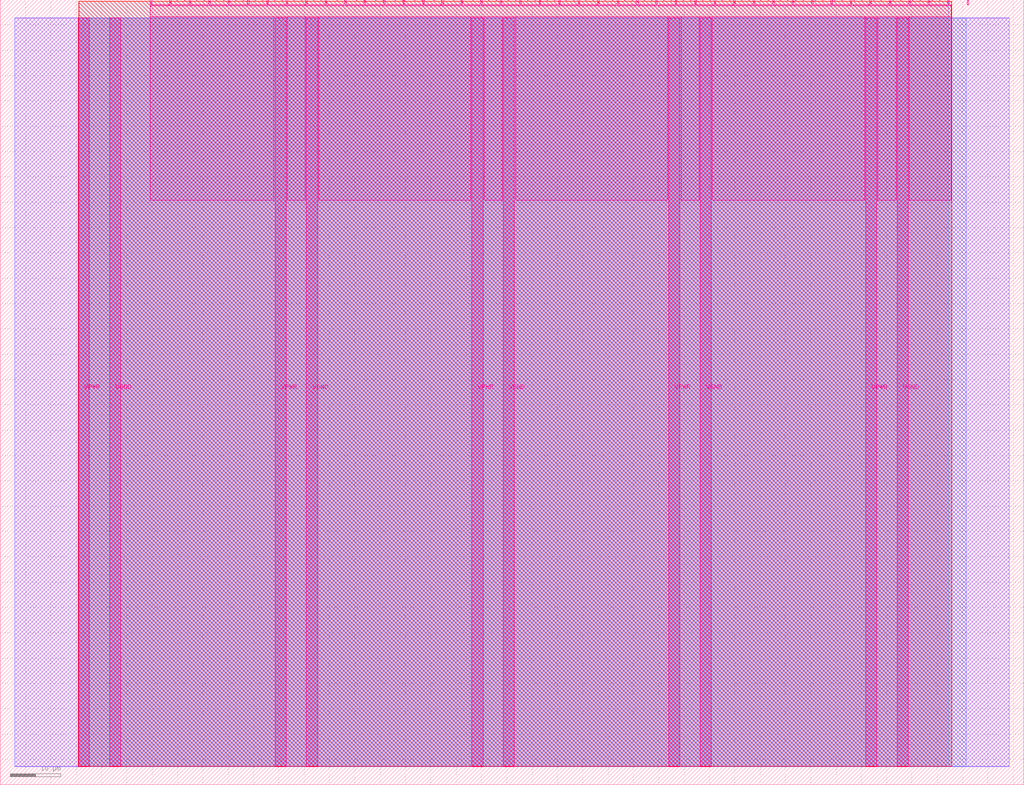
<source format=lef>
VERSION 5.7 ;
  NOWIREEXTENSIONATPIN ON ;
  DIVIDERCHAR "/" ;
  BUSBITCHARS "[]" ;
MACRO tt_um_wokwi_407306064811090945
  CLASS BLOCK ;
  FOREIGN tt_um_wokwi_407306064811090945 ;
  ORIGIN 0.000 0.000 ;
  SIZE 202.080 BY 154.980 ;
  PIN VGND
    DIRECTION INOUT ;
    USE GROUND ;
    PORT
      LAYER Metal5 ;
        RECT 21.580 3.560 23.780 151.420 ;
    END
    PORT
      LAYER Metal5 ;
        RECT 60.450 3.560 62.650 151.420 ;
    END
    PORT
      LAYER Metal5 ;
        RECT 99.320 3.560 101.520 151.420 ;
    END
    PORT
      LAYER Metal5 ;
        RECT 138.190 3.560 140.390 151.420 ;
    END
    PORT
      LAYER Metal5 ;
        RECT 177.060 3.560 179.260 151.420 ;
    END
  END VGND
  PIN VPWR
    DIRECTION INOUT ;
    USE POWER ;
    PORT
      LAYER Metal5 ;
        RECT 15.380 3.560 17.580 151.420 ;
    END
    PORT
      LAYER Metal5 ;
        RECT 54.250 3.560 56.450 151.420 ;
    END
    PORT
      LAYER Metal5 ;
        RECT 93.120 3.560 95.320 151.420 ;
    END
    PORT
      LAYER Metal5 ;
        RECT 131.990 3.560 134.190 151.420 ;
    END
    PORT
      LAYER Metal5 ;
        RECT 170.860 3.560 173.060 151.420 ;
    END
  END VPWR
  PIN clk
    DIRECTION INPUT ;
    USE SIGNAL ;
    ANTENNAGATEAREA 5.045300 ;
    PORT
      LAYER Metal5 ;
        RECT 187.050 153.980 187.350 154.980 ;
    END
  END clk
  PIN ena
    DIRECTION INPUT ;
    USE SIGNAL ;
    PORT
      LAYER Metal5 ;
        RECT 190.890 153.980 191.190 154.980 ;
    END
  END ena
  PIN rst_n
    DIRECTION INPUT ;
    USE SIGNAL ;
    ANTENNAGATEAREA 0.314600 ;
    PORT
      LAYER Metal5 ;
        RECT 183.210 153.980 183.510 154.980 ;
    END
  END rst_n
  PIN ui_in[0]
    DIRECTION INPUT ;
    USE SIGNAL ;
    ANTENNAGATEAREA 0.180700 ;
    PORT
      LAYER Metal5 ;
        RECT 179.370 153.980 179.670 154.980 ;
    END
  END ui_in[0]
  PIN ui_in[1]
    DIRECTION INPUT ;
    USE SIGNAL ;
    ANTENNAGATEAREA 0.180700 ;
    PORT
      LAYER Metal5 ;
        RECT 175.530 153.980 175.830 154.980 ;
    END
  END ui_in[1]
  PIN ui_in[2]
    DIRECTION INPUT ;
    USE SIGNAL ;
    ANTENNAGATEAREA 0.180700 ;
    PORT
      LAYER Metal5 ;
        RECT 171.690 153.980 171.990 154.980 ;
    END
  END ui_in[2]
  PIN ui_in[3]
    DIRECTION INPUT ;
    USE SIGNAL ;
    ANTENNAGATEAREA 0.180700 ;
    PORT
      LAYER Metal5 ;
        RECT 167.850 153.980 168.150 154.980 ;
    END
  END ui_in[3]
  PIN ui_in[4]
    DIRECTION INPUT ;
    USE SIGNAL ;
    ANTENNAGATEAREA 0.180700 ;
    PORT
      LAYER Metal5 ;
        RECT 164.010 153.980 164.310 154.980 ;
    END
  END ui_in[4]
  PIN ui_in[5]
    DIRECTION INPUT ;
    USE SIGNAL ;
    PORT
      LAYER Metal5 ;
        RECT 160.170 153.980 160.470 154.980 ;
    END
  END ui_in[5]
  PIN ui_in[6]
    DIRECTION INPUT ;
    USE SIGNAL ;
    PORT
      LAYER Metal5 ;
        RECT 156.330 153.980 156.630 154.980 ;
    END
  END ui_in[6]
  PIN ui_in[7]
    DIRECTION INPUT ;
    USE SIGNAL ;
    PORT
      LAYER Metal5 ;
        RECT 152.490 153.980 152.790 154.980 ;
    END
  END ui_in[7]
  PIN uio_in[0]
    DIRECTION INPUT ;
    USE SIGNAL ;
    PORT
      LAYER Metal5 ;
        RECT 148.650 153.980 148.950 154.980 ;
    END
  END uio_in[0]
  PIN uio_in[1]
    DIRECTION INPUT ;
    USE SIGNAL ;
    PORT
      LAYER Metal5 ;
        RECT 144.810 153.980 145.110 154.980 ;
    END
  END uio_in[1]
  PIN uio_in[2]
    DIRECTION INPUT ;
    USE SIGNAL ;
    PORT
      LAYER Metal5 ;
        RECT 140.970 153.980 141.270 154.980 ;
    END
  END uio_in[2]
  PIN uio_in[3]
    DIRECTION INPUT ;
    USE SIGNAL ;
    PORT
      LAYER Metal5 ;
        RECT 137.130 153.980 137.430 154.980 ;
    END
  END uio_in[3]
  PIN uio_in[4]
    DIRECTION INPUT ;
    USE SIGNAL ;
    PORT
      LAYER Metal5 ;
        RECT 133.290 153.980 133.590 154.980 ;
    END
  END uio_in[4]
  PIN uio_in[5]
    DIRECTION INPUT ;
    USE SIGNAL ;
    PORT
      LAYER Metal5 ;
        RECT 129.450 153.980 129.750 154.980 ;
    END
  END uio_in[5]
  PIN uio_in[6]
    DIRECTION INPUT ;
    USE SIGNAL ;
    PORT
      LAYER Metal5 ;
        RECT 125.610 153.980 125.910 154.980 ;
    END
  END uio_in[6]
  PIN uio_in[7]
    DIRECTION INPUT ;
    USE SIGNAL ;
    PORT
      LAYER Metal5 ;
        RECT 121.770 153.980 122.070 154.980 ;
    END
  END uio_in[7]
  PIN uio_oe[0]
    DIRECTION OUTPUT ;
    USE SIGNAL ;
    ANTENNADIFFAREA 0.299200 ;
    PORT
      LAYER Metal5 ;
        RECT 56.490 153.980 56.790 154.980 ;
    END
  END uio_oe[0]
  PIN uio_oe[1]
    DIRECTION OUTPUT ;
    USE SIGNAL ;
    ANTENNADIFFAREA 0.299200 ;
    PORT
      LAYER Metal5 ;
        RECT 52.650 153.980 52.950 154.980 ;
    END
  END uio_oe[1]
  PIN uio_oe[2]
    DIRECTION OUTPUT ;
    USE SIGNAL ;
    ANTENNADIFFAREA 0.299200 ;
    PORT
      LAYER Metal5 ;
        RECT 48.810 153.980 49.110 154.980 ;
    END
  END uio_oe[2]
  PIN uio_oe[3]
    DIRECTION OUTPUT ;
    USE SIGNAL ;
    ANTENNADIFFAREA 0.299200 ;
    PORT
      LAYER Metal5 ;
        RECT 44.970 153.980 45.270 154.980 ;
    END
  END uio_oe[3]
  PIN uio_oe[4]
    DIRECTION OUTPUT ;
    USE SIGNAL ;
    ANTENNADIFFAREA 0.299200 ;
    PORT
      LAYER Metal5 ;
        RECT 41.130 153.980 41.430 154.980 ;
    END
  END uio_oe[4]
  PIN uio_oe[5]
    DIRECTION OUTPUT ;
    USE SIGNAL ;
    ANTENNADIFFAREA 0.299200 ;
    PORT
      LAYER Metal5 ;
        RECT 37.290 153.980 37.590 154.980 ;
    END
  END uio_oe[5]
  PIN uio_oe[6]
    DIRECTION OUTPUT ;
    USE SIGNAL ;
    ANTENNADIFFAREA 0.299200 ;
    PORT
      LAYER Metal5 ;
        RECT 33.450 153.980 33.750 154.980 ;
    END
  END uio_oe[6]
  PIN uio_oe[7]
    DIRECTION OUTPUT ;
    USE SIGNAL ;
    ANTENNADIFFAREA 0.299200 ;
    PORT
      LAYER Metal5 ;
        RECT 29.610 153.980 29.910 154.980 ;
    END
  END uio_oe[7]
  PIN uio_out[0]
    DIRECTION OUTPUT ;
    USE SIGNAL ;
    ANTENNADIFFAREA 0.299200 ;
    PORT
      LAYER Metal5 ;
        RECT 87.210 153.980 87.510 154.980 ;
    END
  END uio_out[0]
  PIN uio_out[1]
    DIRECTION OUTPUT ;
    USE SIGNAL ;
    ANTENNADIFFAREA 0.299200 ;
    PORT
      LAYER Metal5 ;
        RECT 83.370 153.980 83.670 154.980 ;
    END
  END uio_out[1]
  PIN uio_out[2]
    DIRECTION OUTPUT ;
    USE SIGNAL ;
    ANTENNADIFFAREA 0.299200 ;
    PORT
      LAYER Metal5 ;
        RECT 79.530 153.980 79.830 154.980 ;
    END
  END uio_out[2]
  PIN uio_out[3]
    DIRECTION OUTPUT ;
    USE SIGNAL ;
    ANTENNADIFFAREA 0.299200 ;
    PORT
      LAYER Metal5 ;
        RECT 75.690 153.980 75.990 154.980 ;
    END
  END uio_out[3]
  PIN uio_out[4]
    DIRECTION OUTPUT ;
    USE SIGNAL ;
    ANTENNADIFFAREA 0.299200 ;
    PORT
      LAYER Metal5 ;
        RECT 71.850 153.980 72.150 154.980 ;
    END
  END uio_out[4]
  PIN uio_out[5]
    DIRECTION OUTPUT ;
    USE SIGNAL ;
    ANTENNADIFFAREA 0.299200 ;
    PORT
      LAYER Metal5 ;
        RECT 68.010 153.980 68.310 154.980 ;
    END
  END uio_out[5]
  PIN uio_out[6]
    DIRECTION OUTPUT ;
    USE SIGNAL ;
    ANTENNADIFFAREA 0.299200 ;
    PORT
      LAYER Metal5 ;
        RECT 64.170 153.980 64.470 154.980 ;
    END
  END uio_out[6]
  PIN uio_out[7]
    DIRECTION OUTPUT ;
    USE SIGNAL ;
    ANTENNADIFFAREA 0.299200 ;
    PORT
      LAYER Metal5 ;
        RECT 60.330 153.980 60.630 154.980 ;
    END
  END uio_out[7]
  PIN uo_out[0]
    DIRECTION OUTPUT ;
    USE SIGNAL ;
    ANTENNADIFFAREA 0.654800 ;
    PORT
      LAYER Metal5 ;
        RECT 117.930 153.980 118.230 154.980 ;
    END
  END uo_out[0]
  PIN uo_out[1]
    DIRECTION OUTPUT ;
    USE SIGNAL ;
    ANTENNADIFFAREA 0.654800 ;
    PORT
      LAYER Metal5 ;
        RECT 114.090 153.980 114.390 154.980 ;
    END
  END uo_out[1]
  PIN uo_out[2]
    DIRECTION OUTPUT ;
    USE SIGNAL ;
    ANTENNADIFFAREA 0.654800 ;
    PORT
      LAYER Metal5 ;
        RECT 110.250 153.980 110.550 154.980 ;
    END
  END uo_out[2]
  PIN uo_out[3]
    DIRECTION OUTPUT ;
    USE SIGNAL ;
    ANTENNADIFFAREA 0.706800 ;
    PORT
      LAYER Metal5 ;
        RECT 106.410 153.980 106.710 154.980 ;
    END
  END uo_out[3]
  PIN uo_out[4]
    DIRECTION OUTPUT ;
    USE SIGNAL ;
    ANTENNADIFFAREA 0.654800 ;
    PORT
      LAYER Metal5 ;
        RECT 102.570 153.980 102.870 154.980 ;
    END
  END uo_out[4]
  PIN uo_out[5]
    DIRECTION OUTPUT ;
    USE SIGNAL ;
    ANTENNADIFFAREA 0.392700 ;
    PORT
      LAYER Metal5 ;
        RECT 98.730 153.980 99.030 154.980 ;
    END
  END uo_out[5]
  PIN uo_out[6]
    DIRECTION OUTPUT ;
    USE SIGNAL ;
    ANTENNADIFFAREA 0.392700 ;
    PORT
      LAYER Metal5 ;
        RECT 94.890 153.980 95.190 154.980 ;
    END
  END uo_out[6]
  PIN uo_out[7]
    DIRECTION OUTPUT ;
    USE SIGNAL ;
    ANTENNADIFFAREA 0.654800 ;
    PORT
      LAYER Metal5 ;
        RECT 91.050 153.980 91.350 154.980 ;
    END
  END uo_out[7]
  OBS
      LAYER GatPoly ;
        RECT 2.880 3.630 199.200 151.350 ;
      LAYER Metal1 ;
        RECT 2.880 3.560 199.200 151.420 ;
      LAYER Metal2 ;
        RECT 15.515 3.680 190.705 151.300 ;
      LAYER Metal3 ;
        RECT 15.560 3.635 187.300 154.705 ;
      LAYER Metal4 ;
        RECT 15.515 3.680 187.825 154.660 ;
      LAYER Metal5 ;
        RECT 30.120 153.770 33.240 153.980 ;
        RECT 33.960 153.770 37.080 153.980 ;
        RECT 37.800 153.770 40.920 153.980 ;
        RECT 41.640 153.770 44.760 153.980 ;
        RECT 45.480 153.770 48.600 153.980 ;
        RECT 49.320 153.770 52.440 153.980 ;
        RECT 53.160 153.770 56.280 153.980 ;
        RECT 57.000 153.770 60.120 153.980 ;
        RECT 60.840 153.770 63.960 153.980 ;
        RECT 64.680 153.770 67.800 153.980 ;
        RECT 68.520 153.770 71.640 153.980 ;
        RECT 72.360 153.770 75.480 153.980 ;
        RECT 76.200 153.770 79.320 153.980 ;
        RECT 80.040 153.770 83.160 153.980 ;
        RECT 83.880 153.770 87.000 153.980 ;
        RECT 87.720 153.770 90.840 153.980 ;
        RECT 91.560 153.770 94.680 153.980 ;
        RECT 95.400 153.770 98.520 153.980 ;
        RECT 99.240 153.770 102.360 153.980 ;
        RECT 103.080 153.770 106.200 153.980 ;
        RECT 106.920 153.770 110.040 153.980 ;
        RECT 110.760 153.770 113.880 153.980 ;
        RECT 114.600 153.770 117.720 153.980 ;
        RECT 118.440 153.770 121.560 153.980 ;
        RECT 122.280 153.770 125.400 153.980 ;
        RECT 126.120 153.770 129.240 153.980 ;
        RECT 129.960 153.770 133.080 153.980 ;
        RECT 133.800 153.770 136.920 153.980 ;
        RECT 137.640 153.770 140.760 153.980 ;
        RECT 141.480 153.770 144.600 153.980 ;
        RECT 145.320 153.770 148.440 153.980 ;
        RECT 149.160 153.770 152.280 153.980 ;
        RECT 153.000 153.770 156.120 153.980 ;
        RECT 156.840 153.770 159.960 153.980 ;
        RECT 160.680 153.770 163.800 153.980 ;
        RECT 164.520 153.770 167.640 153.980 ;
        RECT 168.360 153.770 171.480 153.980 ;
        RECT 172.200 153.770 175.320 153.980 ;
        RECT 176.040 153.770 179.160 153.980 ;
        RECT 179.880 153.770 183.000 153.980 ;
        RECT 183.720 153.770 186.840 153.980 ;
        RECT 187.560 153.770 187.780 153.980 ;
        RECT 29.660 151.630 187.780 153.770 ;
        RECT 29.660 115.355 54.040 151.630 ;
        RECT 56.660 115.355 60.240 151.630 ;
        RECT 62.860 115.355 92.910 151.630 ;
        RECT 95.530 115.355 99.110 151.630 ;
        RECT 101.730 115.355 131.780 151.630 ;
        RECT 134.400 115.355 137.980 151.630 ;
        RECT 140.600 115.355 170.650 151.630 ;
        RECT 173.270 115.355 176.850 151.630 ;
        RECT 179.470 115.355 187.780 151.630 ;
  END
END tt_um_wokwi_407306064811090945
END LIBRARY


</source>
